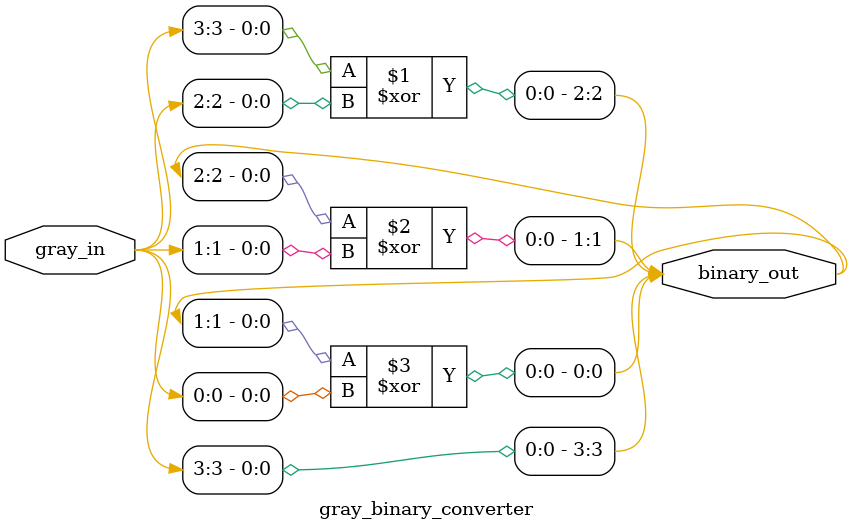
<source format=v>
module gray_binary_converter(
     input  [3:0] gray_in,
     output [3:0] binary_out
     );
     assign binary_out[3] = gray_in[3];                             
     assign binary_out[2] = binary_out[3] ^ gray_in[2];           
     assign binary_out[1] = binary_out[2] ^ gray_in[1];
     assign binary_out[0] = binary_out[1] ^ gray_in[0];          
    endmodule

</source>
